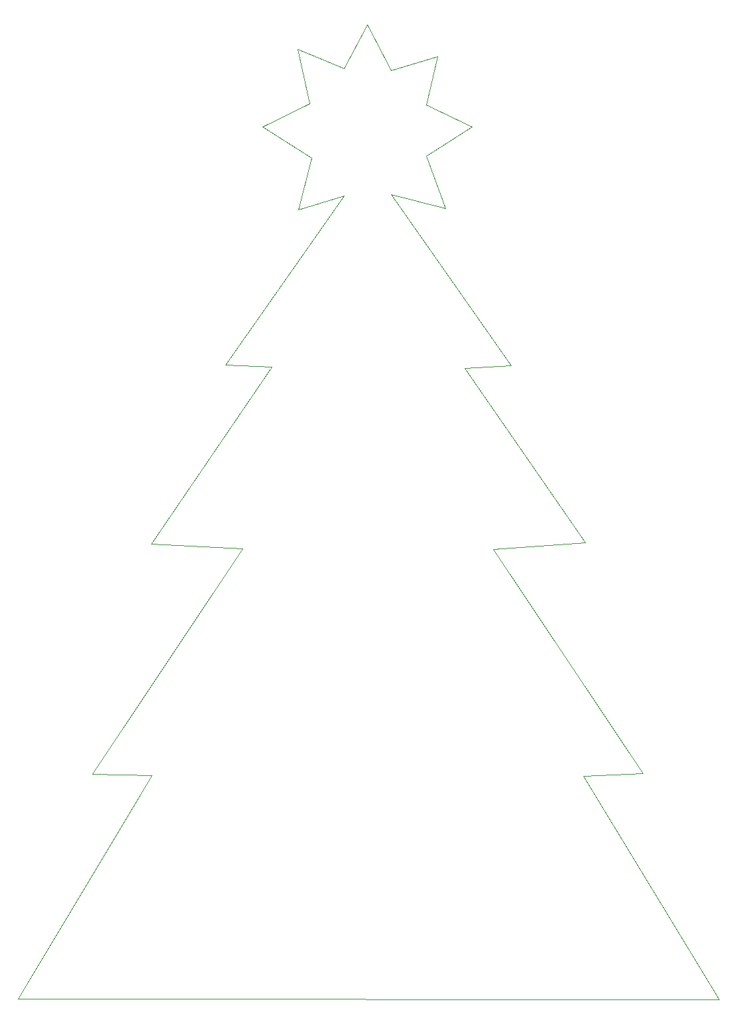
<source format=gbr>
%TF.GenerationSoftware,KiCad,Pcbnew,5.99.0+really5.1.10+dfsg1-1*%
%TF.CreationDate,2021-12-17T14:54:15+01:00*%
%TF.ProjectId,stromcek-led,7374726f-6d63-4656-9b2d-6c65642e6b69,rev?*%
%TF.SameCoordinates,Original*%
%TF.FileFunction,Profile,NP*%
%FSLAX46Y46*%
G04 Gerber Fmt 4.6, Leading zero omitted, Abs format (unit mm)*
G04 Created by KiCad (PCBNEW 5.99.0+really5.1.10+dfsg1-1) date 2021-12-17 14:54:15*
%MOMM*%
%LPD*%
G01*
G04 APERTURE LIST*
%TA.AperFunction,Profile*%
%ADD10C,0.050000*%
%TD*%
G04 APERTURE END LIST*
D10*
X149800000Y-56350000D02*
X142800000Y-54600000D01*
X147350000Y-49650000D02*
X149800000Y-56350000D01*
X153150000Y-45950000D02*
X147350000Y-49650000D01*
X147300000Y-43100000D02*
X153150000Y-45950000D01*
X148750000Y-36950000D02*
X147300000Y-43100000D01*
X142850000Y-38700000D02*
X148750000Y-36950000D01*
X139750000Y-32900000D02*
X142850000Y-38700000D01*
X136800000Y-38450000D02*
X139750000Y-32900000D01*
X130900000Y-36050000D02*
X136800000Y-38450000D01*
X132450000Y-43000000D02*
X130900000Y-36050000D01*
X126400000Y-45900000D02*
X132450000Y-43000000D01*
X132700000Y-49900000D02*
X126400000Y-45900000D01*
X131000000Y-56550000D02*
X132700000Y-49900000D01*
X136800000Y-54700000D02*
X131000000Y-56550000D01*
X121700000Y-76350000D02*
X136800000Y-54700000D01*
X127600000Y-76600000D02*
X121700000Y-76350000D01*
X112150000Y-99200000D02*
X127600000Y-76600000D01*
X123900000Y-99800000D02*
X112150000Y-99200000D01*
X104650000Y-128600000D02*
X123900000Y-99800000D01*
X112300000Y-128750000D02*
X104650000Y-128600000D01*
X95150000Y-157300000D02*
X112300000Y-128750000D01*
X184750000Y-157350000D02*
X95150000Y-157300000D01*
X167400000Y-128850000D02*
X184750000Y-157350000D01*
X175050000Y-128500000D02*
X167400000Y-128850000D01*
X155850000Y-99900000D02*
X175050000Y-128500000D01*
X167650000Y-99050000D02*
X155850000Y-99900000D01*
X152250000Y-76750000D02*
X167650000Y-99050000D01*
X158200000Y-76450000D02*
X152250000Y-76750000D01*
X142800000Y-54600000D02*
X158200000Y-76450000D01*
M02*

</source>
